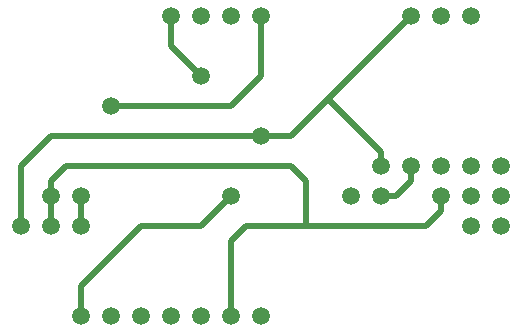
<source format=gtl>
G04 DipTrace 3.1.0.1*
G04 Top.GTL*
%MOIN*%
G04 #@! TF.FileFunction,Copper,L1,Top*
G04 #@! TF.Part,Single*
G04 #@! TA.AperFunction,Conductor*
%ADD12C,0.019685*%
G04 #@! TA.AperFunction,ComponentPad*
%ADD14C,0.059055*%
%FSLAX26Y26*%
G04*
G70*
G90*
G75*
G01*
G04 Top*
%LPD*%
X593701Y793701D2*
D12*
Y893701D1*
X1893701D2*
Y843701D1*
X1843701Y793701D1*
X1443701D1*
X1243701D1*
X1193701Y743701D1*
Y493701D1*
X593701Y893701D2*
Y943701D1*
X643701Y993701D1*
X1393701D1*
X1443701Y943701D1*
Y793701D1*
X993701Y1493701D2*
Y1393701D1*
X1093701Y1293701D1*
X1693701Y893701D2*
X1743701D1*
X1793701Y943701D1*
Y993701D1*
X1293701Y1493701D2*
Y1293701D1*
X1193701Y1193701D1*
X793701D1*
X693701Y493701D2*
Y593701D1*
X893701Y793701D1*
X1093701D1*
X1193701Y893701D1*
X1293701Y1093701D2*
X593701D1*
X493701Y993701D1*
Y793701D1*
X1793701Y1493701D2*
X1516861Y1216861D1*
X1393701Y1093701D1*
X1293701D1*
X1693701Y993701D2*
Y1040022D1*
X1516861Y1216861D1*
X693701Y793701D2*
Y893701D1*
D14*
X793701Y1193701D3*
X1293701Y1093701D3*
D3*
X1093701Y1293701D3*
X1193701Y893701D3*
X593701Y793701D3*
X693701D3*
X493701D3*
X593701Y893701D3*
X693701D3*
X593701Y793701D3*
X1793701Y1493701D3*
X1893701D3*
X1993701D3*
X793701Y493701D3*
X893701D3*
X993701D3*
X1093701D3*
X1293701D3*
X1193701D3*
X693701D3*
X1993701Y793701D3*
X2093701D3*
X1893701Y893701D3*
X1993701D3*
X2093701D3*
X1693701Y993701D3*
X1793701D3*
X1893701D3*
X1993701D3*
X2093701D3*
X1593701Y893701D3*
X1693701D3*
X1293701Y1493701D3*
X1193701D3*
X1093701D3*
X993701D3*
M02*

</source>
